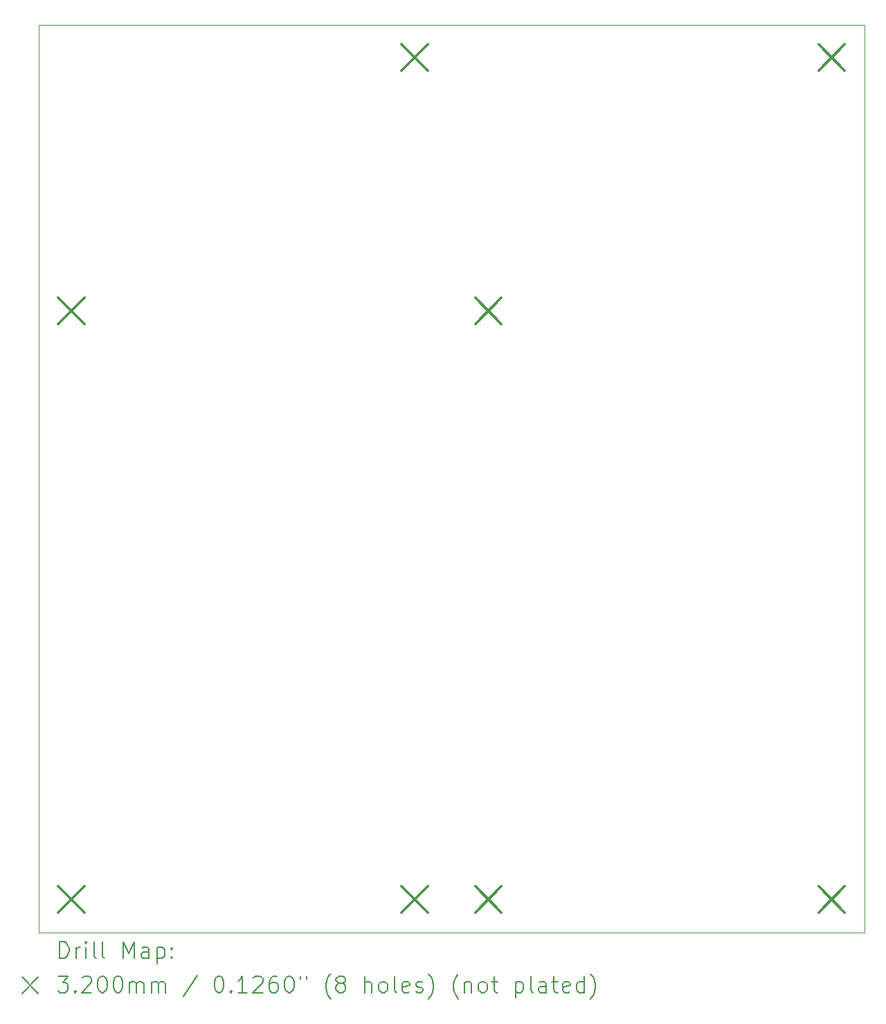
<source format=gbr>
%TF.GenerationSoftware,KiCad,Pcbnew,8.0.2-1*%
%TF.CreationDate,2024-06-17T09:11:32+02:00*%
%TF.ProjectId,3340,33333430-2e6b-4696-9361-645f70636258,rev?*%
%TF.SameCoordinates,Original*%
%TF.FileFunction,Drillmap*%
%TF.FilePolarity,Positive*%
%FSLAX45Y45*%
G04 Gerber Fmt 4.5, Leading zero omitted, Abs format (unit mm)*
G04 Created by KiCad (PCBNEW 8.0.2-1) date 2024-06-17 09:11:32*
%MOMM*%
%LPD*%
G01*
G04 APERTURE LIST*
%ADD10C,0.100000*%
%ADD11C,0.200000*%
%ADD12C,0.320000*%
G04 APERTURE END LIST*
D10*
X5000000Y-5000000D02*
X15100000Y-5000000D01*
X15100000Y-16100000D01*
X5000000Y-16100000D01*
X5000000Y-5000000D01*
D11*
D12*
X5240000Y-8340000D02*
X5560000Y-8660000D01*
X5560000Y-8340000D02*
X5240000Y-8660000D01*
X5240000Y-15540000D02*
X5560000Y-15860000D01*
X5560000Y-15540000D02*
X5240000Y-15860000D01*
X9440000Y-5240000D02*
X9760000Y-5560000D01*
X9760000Y-5240000D02*
X9440000Y-5560000D01*
X9440000Y-15540000D02*
X9760000Y-15860000D01*
X9760000Y-15540000D02*
X9440000Y-15860000D01*
X10340000Y-8340000D02*
X10660000Y-8660000D01*
X10660000Y-8340000D02*
X10340000Y-8660000D01*
X10340000Y-15540000D02*
X10660000Y-15860000D01*
X10660000Y-15540000D02*
X10340000Y-15860000D01*
X14540000Y-5240000D02*
X14860000Y-5560000D01*
X14860000Y-5240000D02*
X14540000Y-5560000D01*
X14540000Y-15540000D02*
X14860000Y-15860000D01*
X14860000Y-15540000D02*
X14540000Y-15860000D01*
D11*
X5255777Y-16416484D02*
X5255777Y-16216484D01*
X5255777Y-16216484D02*
X5303396Y-16216484D01*
X5303396Y-16216484D02*
X5331967Y-16226008D01*
X5331967Y-16226008D02*
X5351015Y-16245055D01*
X5351015Y-16245055D02*
X5360539Y-16264103D01*
X5360539Y-16264103D02*
X5370063Y-16302198D01*
X5370063Y-16302198D02*
X5370063Y-16330769D01*
X5370063Y-16330769D02*
X5360539Y-16368865D01*
X5360539Y-16368865D02*
X5351015Y-16387912D01*
X5351015Y-16387912D02*
X5331967Y-16406960D01*
X5331967Y-16406960D02*
X5303396Y-16416484D01*
X5303396Y-16416484D02*
X5255777Y-16416484D01*
X5455777Y-16416484D02*
X5455777Y-16283150D01*
X5455777Y-16321246D02*
X5465301Y-16302198D01*
X5465301Y-16302198D02*
X5474824Y-16292674D01*
X5474824Y-16292674D02*
X5493872Y-16283150D01*
X5493872Y-16283150D02*
X5512920Y-16283150D01*
X5579586Y-16416484D02*
X5579586Y-16283150D01*
X5579586Y-16216484D02*
X5570063Y-16226008D01*
X5570063Y-16226008D02*
X5579586Y-16235531D01*
X5579586Y-16235531D02*
X5589110Y-16226008D01*
X5589110Y-16226008D02*
X5579586Y-16216484D01*
X5579586Y-16216484D02*
X5579586Y-16235531D01*
X5703396Y-16416484D02*
X5684348Y-16406960D01*
X5684348Y-16406960D02*
X5674824Y-16387912D01*
X5674824Y-16387912D02*
X5674824Y-16216484D01*
X5808158Y-16416484D02*
X5789110Y-16406960D01*
X5789110Y-16406960D02*
X5779586Y-16387912D01*
X5779586Y-16387912D02*
X5779586Y-16216484D01*
X6036729Y-16416484D02*
X6036729Y-16216484D01*
X6036729Y-16216484D02*
X6103396Y-16359341D01*
X6103396Y-16359341D02*
X6170062Y-16216484D01*
X6170062Y-16216484D02*
X6170062Y-16416484D01*
X6351015Y-16416484D02*
X6351015Y-16311722D01*
X6351015Y-16311722D02*
X6341491Y-16292674D01*
X6341491Y-16292674D02*
X6322443Y-16283150D01*
X6322443Y-16283150D02*
X6284348Y-16283150D01*
X6284348Y-16283150D02*
X6265301Y-16292674D01*
X6351015Y-16406960D02*
X6331967Y-16416484D01*
X6331967Y-16416484D02*
X6284348Y-16416484D01*
X6284348Y-16416484D02*
X6265301Y-16406960D01*
X6265301Y-16406960D02*
X6255777Y-16387912D01*
X6255777Y-16387912D02*
X6255777Y-16368865D01*
X6255777Y-16368865D02*
X6265301Y-16349817D01*
X6265301Y-16349817D02*
X6284348Y-16340293D01*
X6284348Y-16340293D02*
X6331967Y-16340293D01*
X6331967Y-16340293D02*
X6351015Y-16330769D01*
X6446253Y-16283150D02*
X6446253Y-16483150D01*
X6446253Y-16292674D02*
X6465301Y-16283150D01*
X6465301Y-16283150D02*
X6503396Y-16283150D01*
X6503396Y-16283150D02*
X6522443Y-16292674D01*
X6522443Y-16292674D02*
X6531967Y-16302198D01*
X6531967Y-16302198D02*
X6541491Y-16321246D01*
X6541491Y-16321246D02*
X6541491Y-16378388D01*
X6541491Y-16378388D02*
X6531967Y-16397436D01*
X6531967Y-16397436D02*
X6522443Y-16406960D01*
X6522443Y-16406960D02*
X6503396Y-16416484D01*
X6503396Y-16416484D02*
X6465301Y-16416484D01*
X6465301Y-16416484D02*
X6446253Y-16406960D01*
X6627205Y-16397436D02*
X6636729Y-16406960D01*
X6636729Y-16406960D02*
X6627205Y-16416484D01*
X6627205Y-16416484D02*
X6617682Y-16406960D01*
X6617682Y-16406960D02*
X6627205Y-16397436D01*
X6627205Y-16397436D02*
X6627205Y-16416484D01*
X6627205Y-16292674D02*
X6636729Y-16302198D01*
X6636729Y-16302198D02*
X6627205Y-16311722D01*
X6627205Y-16311722D02*
X6617682Y-16302198D01*
X6617682Y-16302198D02*
X6627205Y-16292674D01*
X6627205Y-16292674D02*
X6627205Y-16311722D01*
X4795000Y-16645000D02*
X4995000Y-16845000D01*
X4995000Y-16645000D02*
X4795000Y-16845000D01*
X5236729Y-16636484D02*
X5360539Y-16636484D01*
X5360539Y-16636484D02*
X5293872Y-16712674D01*
X5293872Y-16712674D02*
X5322444Y-16712674D01*
X5322444Y-16712674D02*
X5341491Y-16722198D01*
X5341491Y-16722198D02*
X5351015Y-16731722D01*
X5351015Y-16731722D02*
X5360539Y-16750769D01*
X5360539Y-16750769D02*
X5360539Y-16798389D01*
X5360539Y-16798389D02*
X5351015Y-16817436D01*
X5351015Y-16817436D02*
X5341491Y-16826960D01*
X5341491Y-16826960D02*
X5322444Y-16836484D01*
X5322444Y-16836484D02*
X5265301Y-16836484D01*
X5265301Y-16836484D02*
X5246253Y-16826960D01*
X5246253Y-16826960D02*
X5236729Y-16817436D01*
X5446253Y-16817436D02*
X5455777Y-16826960D01*
X5455777Y-16826960D02*
X5446253Y-16836484D01*
X5446253Y-16836484D02*
X5436729Y-16826960D01*
X5436729Y-16826960D02*
X5446253Y-16817436D01*
X5446253Y-16817436D02*
X5446253Y-16836484D01*
X5531967Y-16655531D02*
X5541491Y-16646008D01*
X5541491Y-16646008D02*
X5560539Y-16636484D01*
X5560539Y-16636484D02*
X5608158Y-16636484D01*
X5608158Y-16636484D02*
X5627205Y-16646008D01*
X5627205Y-16646008D02*
X5636729Y-16655531D01*
X5636729Y-16655531D02*
X5646253Y-16674579D01*
X5646253Y-16674579D02*
X5646253Y-16693627D01*
X5646253Y-16693627D02*
X5636729Y-16722198D01*
X5636729Y-16722198D02*
X5522444Y-16836484D01*
X5522444Y-16836484D02*
X5646253Y-16836484D01*
X5770062Y-16636484D02*
X5789110Y-16636484D01*
X5789110Y-16636484D02*
X5808158Y-16646008D01*
X5808158Y-16646008D02*
X5817682Y-16655531D01*
X5817682Y-16655531D02*
X5827205Y-16674579D01*
X5827205Y-16674579D02*
X5836729Y-16712674D01*
X5836729Y-16712674D02*
X5836729Y-16760293D01*
X5836729Y-16760293D02*
X5827205Y-16798389D01*
X5827205Y-16798389D02*
X5817682Y-16817436D01*
X5817682Y-16817436D02*
X5808158Y-16826960D01*
X5808158Y-16826960D02*
X5789110Y-16836484D01*
X5789110Y-16836484D02*
X5770062Y-16836484D01*
X5770062Y-16836484D02*
X5751015Y-16826960D01*
X5751015Y-16826960D02*
X5741491Y-16817436D01*
X5741491Y-16817436D02*
X5731967Y-16798389D01*
X5731967Y-16798389D02*
X5722443Y-16760293D01*
X5722443Y-16760293D02*
X5722443Y-16712674D01*
X5722443Y-16712674D02*
X5731967Y-16674579D01*
X5731967Y-16674579D02*
X5741491Y-16655531D01*
X5741491Y-16655531D02*
X5751015Y-16646008D01*
X5751015Y-16646008D02*
X5770062Y-16636484D01*
X5960539Y-16636484D02*
X5979586Y-16636484D01*
X5979586Y-16636484D02*
X5998634Y-16646008D01*
X5998634Y-16646008D02*
X6008158Y-16655531D01*
X6008158Y-16655531D02*
X6017682Y-16674579D01*
X6017682Y-16674579D02*
X6027205Y-16712674D01*
X6027205Y-16712674D02*
X6027205Y-16760293D01*
X6027205Y-16760293D02*
X6017682Y-16798389D01*
X6017682Y-16798389D02*
X6008158Y-16817436D01*
X6008158Y-16817436D02*
X5998634Y-16826960D01*
X5998634Y-16826960D02*
X5979586Y-16836484D01*
X5979586Y-16836484D02*
X5960539Y-16836484D01*
X5960539Y-16836484D02*
X5941491Y-16826960D01*
X5941491Y-16826960D02*
X5931967Y-16817436D01*
X5931967Y-16817436D02*
X5922443Y-16798389D01*
X5922443Y-16798389D02*
X5912920Y-16760293D01*
X5912920Y-16760293D02*
X5912920Y-16712674D01*
X5912920Y-16712674D02*
X5922443Y-16674579D01*
X5922443Y-16674579D02*
X5931967Y-16655531D01*
X5931967Y-16655531D02*
X5941491Y-16646008D01*
X5941491Y-16646008D02*
X5960539Y-16636484D01*
X6112920Y-16836484D02*
X6112920Y-16703150D01*
X6112920Y-16722198D02*
X6122443Y-16712674D01*
X6122443Y-16712674D02*
X6141491Y-16703150D01*
X6141491Y-16703150D02*
X6170063Y-16703150D01*
X6170063Y-16703150D02*
X6189110Y-16712674D01*
X6189110Y-16712674D02*
X6198634Y-16731722D01*
X6198634Y-16731722D02*
X6198634Y-16836484D01*
X6198634Y-16731722D02*
X6208158Y-16712674D01*
X6208158Y-16712674D02*
X6227205Y-16703150D01*
X6227205Y-16703150D02*
X6255777Y-16703150D01*
X6255777Y-16703150D02*
X6274824Y-16712674D01*
X6274824Y-16712674D02*
X6284348Y-16731722D01*
X6284348Y-16731722D02*
X6284348Y-16836484D01*
X6379586Y-16836484D02*
X6379586Y-16703150D01*
X6379586Y-16722198D02*
X6389110Y-16712674D01*
X6389110Y-16712674D02*
X6408158Y-16703150D01*
X6408158Y-16703150D02*
X6436729Y-16703150D01*
X6436729Y-16703150D02*
X6455777Y-16712674D01*
X6455777Y-16712674D02*
X6465301Y-16731722D01*
X6465301Y-16731722D02*
X6465301Y-16836484D01*
X6465301Y-16731722D02*
X6474824Y-16712674D01*
X6474824Y-16712674D02*
X6493872Y-16703150D01*
X6493872Y-16703150D02*
X6522443Y-16703150D01*
X6522443Y-16703150D02*
X6541491Y-16712674D01*
X6541491Y-16712674D02*
X6551015Y-16731722D01*
X6551015Y-16731722D02*
X6551015Y-16836484D01*
X6941491Y-16626960D02*
X6770063Y-16884103D01*
X7198634Y-16636484D02*
X7217682Y-16636484D01*
X7217682Y-16636484D02*
X7236729Y-16646008D01*
X7236729Y-16646008D02*
X7246253Y-16655531D01*
X7246253Y-16655531D02*
X7255777Y-16674579D01*
X7255777Y-16674579D02*
X7265301Y-16712674D01*
X7265301Y-16712674D02*
X7265301Y-16760293D01*
X7265301Y-16760293D02*
X7255777Y-16798389D01*
X7255777Y-16798389D02*
X7246253Y-16817436D01*
X7246253Y-16817436D02*
X7236729Y-16826960D01*
X7236729Y-16826960D02*
X7217682Y-16836484D01*
X7217682Y-16836484D02*
X7198634Y-16836484D01*
X7198634Y-16836484D02*
X7179586Y-16826960D01*
X7179586Y-16826960D02*
X7170063Y-16817436D01*
X7170063Y-16817436D02*
X7160539Y-16798389D01*
X7160539Y-16798389D02*
X7151015Y-16760293D01*
X7151015Y-16760293D02*
X7151015Y-16712674D01*
X7151015Y-16712674D02*
X7160539Y-16674579D01*
X7160539Y-16674579D02*
X7170063Y-16655531D01*
X7170063Y-16655531D02*
X7179586Y-16646008D01*
X7179586Y-16646008D02*
X7198634Y-16636484D01*
X7351015Y-16817436D02*
X7360539Y-16826960D01*
X7360539Y-16826960D02*
X7351015Y-16836484D01*
X7351015Y-16836484D02*
X7341491Y-16826960D01*
X7341491Y-16826960D02*
X7351015Y-16817436D01*
X7351015Y-16817436D02*
X7351015Y-16836484D01*
X7551015Y-16836484D02*
X7436729Y-16836484D01*
X7493872Y-16836484D02*
X7493872Y-16636484D01*
X7493872Y-16636484D02*
X7474825Y-16665055D01*
X7474825Y-16665055D02*
X7455777Y-16684103D01*
X7455777Y-16684103D02*
X7436729Y-16693627D01*
X7627206Y-16655531D02*
X7636729Y-16646008D01*
X7636729Y-16646008D02*
X7655777Y-16636484D01*
X7655777Y-16636484D02*
X7703396Y-16636484D01*
X7703396Y-16636484D02*
X7722444Y-16646008D01*
X7722444Y-16646008D02*
X7731967Y-16655531D01*
X7731967Y-16655531D02*
X7741491Y-16674579D01*
X7741491Y-16674579D02*
X7741491Y-16693627D01*
X7741491Y-16693627D02*
X7731967Y-16722198D01*
X7731967Y-16722198D02*
X7617682Y-16836484D01*
X7617682Y-16836484D02*
X7741491Y-16836484D01*
X7912920Y-16636484D02*
X7874825Y-16636484D01*
X7874825Y-16636484D02*
X7855777Y-16646008D01*
X7855777Y-16646008D02*
X7846253Y-16655531D01*
X7846253Y-16655531D02*
X7827206Y-16684103D01*
X7827206Y-16684103D02*
X7817682Y-16722198D01*
X7817682Y-16722198D02*
X7817682Y-16798389D01*
X7817682Y-16798389D02*
X7827206Y-16817436D01*
X7827206Y-16817436D02*
X7836729Y-16826960D01*
X7836729Y-16826960D02*
X7855777Y-16836484D01*
X7855777Y-16836484D02*
X7893872Y-16836484D01*
X7893872Y-16836484D02*
X7912920Y-16826960D01*
X7912920Y-16826960D02*
X7922444Y-16817436D01*
X7922444Y-16817436D02*
X7931967Y-16798389D01*
X7931967Y-16798389D02*
X7931967Y-16750769D01*
X7931967Y-16750769D02*
X7922444Y-16731722D01*
X7922444Y-16731722D02*
X7912920Y-16722198D01*
X7912920Y-16722198D02*
X7893872Y-16712674D01*
X7893872Y-16712674D02*
X7855777Y-16712674D01*
X7855777Y-16712674D02*
X7836729Y-16722198D01*
X7836729Y-16722198D02*
X7827206Y-16731722D01*
X7827206Y-16731722D02*
X7817682Y-16750769D01*
X8055777Y-16636484D02*
X8074825Y-16636484D01*
X8074825Y-16636484D02*
X8093872Y-16646008D01*
X8093872Y-16646008D02*
X8103396Y-16655531D01*
X8103396Y-16655531D02*
X8112920Y-16674579D01*
X8112920Y-16674579D02*
X8122444Y-16712674D01*
X8122444Y-16712674D02*
X8122444Y-16760293D01*
X8122444Y-16760293D02*
X8112920Y-16798389D01*
X8112920Y-16798389D02*
X8103396Y-16817436D01*
X8103396Y-16817436D02*
X8093872Y-16826960D01*
X8093872Y-16826960D02*
X8074825Y-16836484D01*
X8074825Y-16836484D02*
X8055777Y-16836484D01*
X8055777Y-16836484D02*
X8036729Y-16826960D01*
X8036729Y-16826960D02*
X8027206Y-16817436D01*
X8027206Y-16817436D02*
X8017682Y-16798389D01*
X8017682Y-16798389D02*
X8008158Y-16760293D01*
X8008158Y-16760293D02*
X8008158Y-16712674D01*
X8008158Y-16712674D02*
X8017682Y-16674579D01*
X8017682Y-16674579D02*
X8027206Y-16655531D01*
X8027206Y-16655531D02*
X8036729Y-16646008D01*
X8036729Y-16646008D02*
X8055777Y-16636484D01*
X8198634Y-16636484D02*
X8198634Y-16674579D01*
X8274825Y-16636484D02*
X8274825Y-16674579D01*
X8570063Y-16912674D02*
X8560539Y-16903150D01*
X8560539Y-16903150D02*
X8541491Y-16874579D01*
X8541491Y-16874579D02*
X8531968Y-16855531D01*
X8531968Y-16855531D02*
X8522444Y-16826960D01*
X8522444Y-16826960D02*
X8512920Y-16779341D01*
X8512920Y-16779341D02*
X8512920Y-16741246D01*
X8512920Y-16741246D02*
X8522444Y-16693627D01*
X8522444Y-16693627D02*
X8531968Y-16665055D01*
X8531968Y-16665055D02*
X8541491Y-16646008D01*
X8541491Y-16646008D02*
X8560539Y-16617436D01*
X8560539Y-16617436D02*
X8570063Y-16607912D01*
X8674825Y-16722198D02*
X8655777Y-16712674D01*
X8655777Y-16712674D02*
X8646253Y-16703150D01*
X8646253Y-16703150D02*
X8636730Y-16684103D01*
X8636730Y-16684103D02*
X8636730Y-16674579D01*
X8636730Y-16674579D02*
X8646253Y-16655531D01*
X8646253Y-16655531D02*
X8655777Y-16646008D01*
X8655777Y-16646008D02*
X8674825Y-16636484D01*
X8674825Y-16636484D02*
X8712920Y-16636484D01*
X8712920Y-16636484D02*
X8731968Y-16646008D01*
X8731968Y-16646008D02*
X8741491Y-16655531D01*
X8741491Y-16655531D02*
X8751015Y-16674579D01*
X8751015Y-16674579D02*
X8751015Y-16684103D01*
X8751015Y-16684103D02*
X8741491Y-16703150D01*
X8741491Y-16703150D02*
X8731968Y-16712674D01*
X8731968Y-16712674D02*
X8712920Y-16722198D01*
X8712920Y-16722198D02*
X8674825Y-16722198D01*
X8674825Y-16722198D02*
X8655777Y-16731722D01*
X8655777Y-16731722D02*
X8646253Y-16741246D01*
X8646253Y-16741246D02*
X8636730Y-16760293D01*
X8636730Y-16760293D02*
X8636730Y-16798389D01*
X8636730Y-16798389D02*
X8646253Y-16817436D01*
X8646253Y-16817436D02*
X8655777Y-16826960D01*
X8655777Y-16826960D02*
X8674825Y-16836484D01*
X8674825Y-16836484D02*
X8712920Y-16836484D01*
X8712920Y-16836484D02*
X8731968Y-16826960D01*
X8731968Y-16826960D02*
X8741491Y-16817436D01*
X8741491Y-16817436D02*
X8751015Y-16798389D01*
X8751015Y-16798389D02*
X8751015Y-16760293D01*
X8751015Y-16760293D02*
X8741491Y-16741246D01*
X8741491Y-16741246D02*
X8731968Y-16731722D01*
X8731968Y-16731722D02*
X8712920Y-16722198D01*
X8989111Y-16836484D02*
X8989111Y-16636484D01*
X9074825Y-16836484D02*
X9074825Y-16731722D01*
X9074825Y-16731722D02*
X9065301Y-16712674D01*
X9065301Y-16712674D02*
X9046253Y-16703150D01*
X9046253Y-16703150D02*
X9017682Y-16703150D01*
X9017682Y-16703150D02*
X8998634Y-16712674D01*
X8998634Y-16712674D02*
X8989111Y-16722198D01*
X9198634Y-16836484D02*
X9179587Y-16826960D01*
X9179587Y-16826960D02*
X9170063Y-16817436D01*
X9170063Y-16817436D02*
X9160539Y-16798389D01*
X9160539Y-16798389D02*
X9160539Y-16741246D01*
X9160539Y-16741246D02*
X9170063Y-16722198D01*
X9170063Y-16722198D02*
X9179587Y-16712674D01*
X9179587Y-16712674D02*
X9198634Y-16703150D01*
X9198634Y-16703150D02*
X9227206Y-16703150D01*
X9227206Y-16703150D02*
X9246253Y-16712674D01*
X9246253Y-16712674D02*
X9255777Y-16722198D01*
X9255777Y-16722198D02*
X9265301Y-16741246D01*
X9265301Y-16741246D02*
X9265301Y-16798389D01*
X9265301Y-16798389D02*
X9255777Y-16817436D01*
X9255777Y-16817436D02*
X9246253Y-16826960D01*
X9246253Y-16826960D02*
X9227206Y-16836484D01*
X9227206Y-16836484D02*
X9198634Y-16836484D01*
X9379587Y-16836484D02*
X9360539Y-16826960D01*
X9360539Y-16826960D02*
X9351015Y-16807912D01*
X9351015Y-16807912D02*
X9351015Y-16636484D01*
X9531968Y-16826960D02*
X9512920Y-16836484D01*
X9512920Y-16836484D02*
X9474825Y-16836484D01*
X9474825Y-16836484D02*
X9455777Y-16826960D01*
X9455777Y-16826960D02*
X9446253Y-16807912D01*
X9446253Y-16807912D02*
X9446253Y-16731722D01*
X9446253Y-16731722D02*
X9455777Y-16712674D01*
X9455777Y-16712674D02*
X9474825Y-16703150D01*
X9474825Y-16703150D02*
X9512920Y-16703150D01*
X9512920Y-16703150D02*
X9531968Y-16712674D01*
X9531968Y-16712674D02*
X9541492Y-16731722D01*
X9541492Y-16731722D02*
X9541492Y-16750769D01*
X9541492Y-16750769D02*
X9446253Y-16769817D01*
X9617682Y-16826960D02*
X9636730Y-16836484D01*
X9636730Y-16836484D02*
X9674825Y-16836484D01*
X9674825Y-16836484D02*
X9693873Y-16826960D01*
X9693873Y-16826960D02*
X9703396Y-16807912D01*
X9703396Y-16807912D02*
X9703396Y-16798389D01*
X9703396Y-16798389D02*
X9693873Y-16779341D01*
X9693873Y-16779341D02*
X9674825Y-16769817D01*
X9674825Y-16769817D02*
X9646253Y-16769817D01*
X9646253Y-16769817D02*
X9627206Y-16760293D01*
X9627206Y-16760293D02*
X9617682Y-16741246D01*
X9617682Y-16741246D02*
X9617682Y-16731722D01*
X9617682Y-16731722D02*
X9627206Y-16712674D01*
X9627206Y-16712674D02*
X9646253Y-16703150D01*
X9646253Y-16703150D02*
X9674825Y-16703150D01*
X9674825Y-16703150D02*
X9693873Y-16712674D01*
X9770063Y-16912674D02*
X9779587Y-16903150D01*
X9779587Y-16903150D02*
X9798634Y-16874579D01*
X9798634Y-16874579D02*
X9808158Y-16855531D01*
X9808158Y-16855531D02*
X9817682Y-16826960D01*
X9817682Y-16826960D02*
X9827206Y-16779341D01*
X9827206Y-16779341D02*
X9827206Y-16741246D01*
X9827206Y-16741246D02*
X9817682Y-16693627D01*
X9817682Y-16693627D02*
X9808158Y-16665055D01*
X9808158Y-16665055D02*
X9798634Y-16646008D01*
X9798634Y-16646008D02*
X9779587Y-16617436D01*
X9779587Y-16617436D02*
X9770063Y-16607912D01*
X10131968Y-16912674D02*
X10122444Y-16903150D01*
X10122444Y-16903150D02*
X10103396Y-16874579D01*
X10103396Y-16874579D02*
X10093873Y-16855531D01*
X10093873Y-16855531D02*
X10084349Y-16826960D01*
X10084349Y-16826960D02*
X10074825Y-16779341D01*
X10074825Y-16779341D02*
X10074825Y-16741246D01*
X10074825Y-16741246D02*
X10084349Y-16693627D01*
X10084349Y-16693627D02*
X10093873Y-16665055D01*
X10093873Y-16665055D02*
X10103396Y-16646008D01*
X10103396Y-16646008D02*
X10122444Y-16617436D01*
X10122444Y-16617436D02*
X10131968Y-16607912D01*
X10208158Y-16703150D02*
X10208158Y-16836484D01*
X10208158Y-16722198D02*
X10217682Y-16712674D01*
X10217682Y-16712674D02*
X10236730Y-16703150D01*
X10236730Y-16703150D02*
X10265301Y-16703150D01*
X10265301Y-16703150D02*
X10284349Y-16712674D01*
X10284349Y-16712674D02*
X10293873Y-16731722D01*
X10293873Y-16731722D02*
X10293873Y-16836484D01*
X10417682Y-16836484D02*
X10398634Y-16826960D01*
X10398634Y-16826960D02*
X10389111Y-16817436D01*
X10389111Y-16817436D02*
X10379587Y-16798389D01*
X10379587Y-16798389D02*
X10379587Y-16741246D01*
X10379587Y-16741246D02*
X10389111Y-16722198D01*
X10389111Y-16722198D02*
X10398634Y-16712674D01*
X10398634Y-16712674D02*
X10417682Y-16703150D01*
X10417682Y-16703150D02*
X10446254Y-16703150D01*
X10446254Y-16703150D02*
X10465301Y-16712674D01*
X10465301Y-16712674D02*
X10474825Y-16722198D01*
X10474825Y-16722198D02*
X10484349Y-16741246D01*
X10484349Y-16741246D02*
X10484349Y-16798389D01*
X10484349Y-16798389D02*
X10474825Y-16817436D01*
X10474825Y-16817436D02*
X10465301Y-16826960D01*
X10465301Y-16826960D02*
X10446254Y-16836484D01*
X10446254Y-16836484D02*
X10417682Y-16836484D01*
X10541492Y-16703150D02*
X10617682Y-16703150D01*
X10570063Y-16636484D02*
X10570063Y-16807912D01*
X10570063Y-16807912D02*
X10579587Y-16826960D01*
X10579587Y-16826960D02*
X10598634Y-16836484D01*
X10598634Y-16836484D02*
X10617682Y-16836484D01*
X10836730Y-16703150D02*
X10836730Y-16903150D01*
X10836730Y-16712674D02*
X10855777Y-16703150D01*
X10855777Y-16703150D02*
X10893873Y-16703150D01*
X10893873Y-16703150D02*
X10912920Y-16712674D01*
X10912920Y-16712674D02*
X10922444Y-16722198D01*
X10922444Y-16722198D02*
X10931968Y-16741246D01*
X10931968Y-16741246D02*
X10931968Y-16798389D01*
X10931968Y-16798389D02*
X10922444Y-16817436D01*
X10922444Y-16817436D02*
X10912920Y-16826960D01*
X10912920Y-16826960D02*
X10893873Y-16836484D01*
X10893873Y-16836484D02*
X10855777Y-16836484D01*
X10855777Y-16836484D02*
X10836730Y-16826960D01*
X11046254Y-16836484D02*
X11027206Y-16826960D01*
X11027206Y-16826960D02*
X11017682Y-16807912D01*
X11017682Y-16807912D02*
X11017682Y-16636484D01*
X11208158Y-16836484D02*
X11208158Y-16731722D01*
X11208158Y-16731722D02*
X11198634Y-16712674D01*
X11198634Y-16712674D02*
X11179587Y-16703150D01*
X11179587Y-16703150D02*
X11141492Y-16703150D01*
X11141492Y-16703150D02*
X11122444Y-16712674D01*
X11208158Y-16826960D02*
X11189111Y-16836484D01*
X11189111Y-16836484D02*
X11141492Y-16836484D01*
X11141492Y-16836484D02*
X11122444Y-16826960D01*
X11122444Y-16826960D02*
X11112920Y-16807912D01*
X11112920Y-16807912D02*
X11112920Y-16788865D01*
X11112920Y-16788865D02*
X11122444Y-16769817D01*
X11122444Y-16769817D02*
X11141492Y-16760293D01*
X11141492Y-16760293D02*
X11189111Y-16760293D01*
X11189111Y-16760293D02*
X11208158Y-16750769D01*
X11274825Y-16703150D02*
X11351015Y-16703150D01*
X11303396Y-16636484D02*
X11303396Y-16807912D01*
X11303396Y-16807912D02*
X11312920Y-16826960D01*
X11312920Y-16826960D02*
X11331968Y-16836484D01*
X11331968Y-16836484D02*
X11351015Y-16836484D01*
X11493873Y-16826960D02*
X11474825Y-16836484D01*
X11474825Y-16836484D02*
X11436730Y-16836484D01*
X11436730Y-16836484D02*
X11417682Y-16826960D01*
X11417682Y-16826960D02*
X11408158Y-16807912D01*
X11408158Y-16807912D02*
X11408158Y-16731722D01*
X11408158Y-16731722D02*
X11417682Y-16712674D01*
X11417682Y-16712674D02*
X11436730Y-16703150D01*
X11436730Y-16703150D02*
X11474825Y-16703150D01*
X11474825Y-16703150D02*
X11493873Y-16712674D01*
X11493873Y-16712674D02*
X11503396Y-16731722D01*
X11503396Y-16731722D02*
X11503396Y-16750769D01*
X11503396Y-16750769D02*
X11408158Y-16769817D01*
X11674825Y-16836484D02*
X11674825Y-16636484D01*
X11674825Y-16826960D02*
X11655777Y-16836484D01*
X11655777Y-16836484D02*
X11617682Y-16836484D01*
X11617682Y-16836484D02*
X11598634Y-16826960D01*
X11598634Y-16826960D02*
X11589111Y-16817436D01*
X11589111Y-16817436D02*
X11579587Y-16798389D01*
X11579587Y-16798389D02*
X11579587Y-16741246D01*
X11579587Y-16741246D02*
X11589111Y-16722198D01*
X11589111Y-16722198D02*
X11598634Y-16712674D01*
X11598634Y-16712674D02*
X11617682Y-16703150D01*
X11617682Y-16703150D02*
X11655777Y-16703150D01*
X11655777Y-16703150D02*
X11674825Y-16712674D01*
X11751015Y-16912674D02*
X11760539Y-16903150D01*
X11760539Y-16903150D02*
X11779587Y-16874579D01*
X11779587Y-16874579D02*
X11789111Y-16855531D01*
X11789111Y-16855531D02*
X11798634Y-16826960D01*
X11798634Y-16826960D02*
X11808158Y-16779341D01*
X11808158Y-16779341D02*
X11808158Y-16741246D01*
X11808158Y-16741246D02*
X11798634Y-16693627D01*
X11798634Y-16693627D02*
X11789111Y-16665055D01*
X11789111Y-16665055D02*
X11779587Y-16646008D01*
X11779587Y-16646008D02*
X11760539Y-16617436D01*
X11760539Y-16617436D02*
X11751015Y-16607912D01*
M02*

</source>
